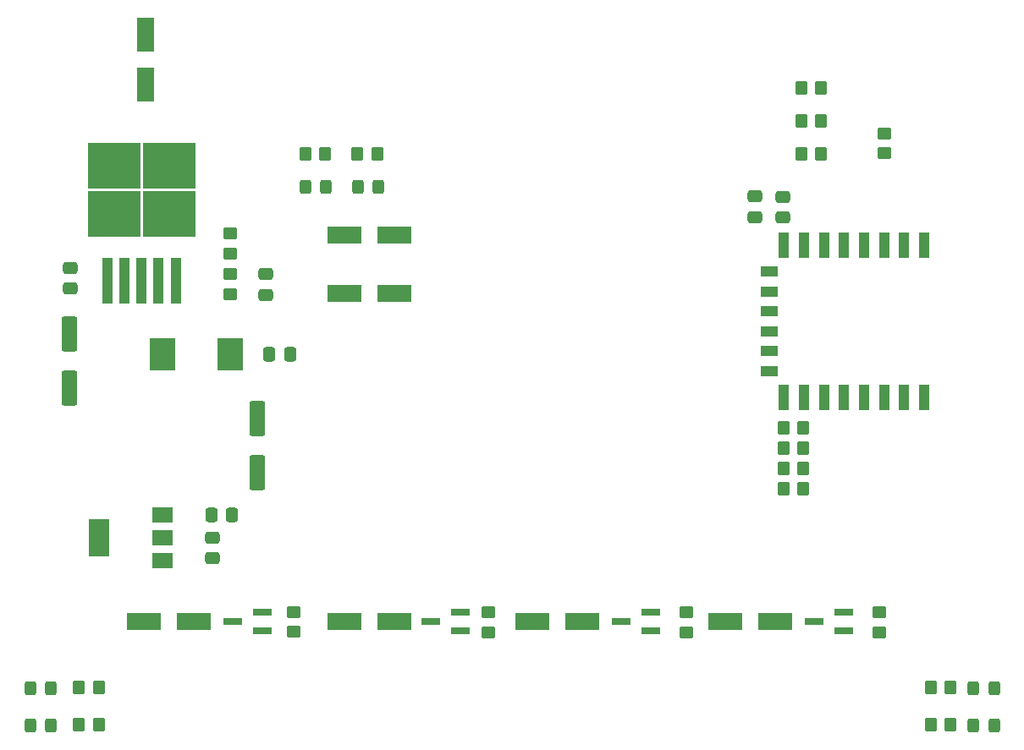
<source format=gbr>
%TF.GenerationSoftware,KiCad,Pcbnew,7.0.10*%
%TF.CreationDate,2025-03-17T10:36:42-03:00*%
%TF.ProjectId,MicroCerveceria,4d696372-6f43-4657-9276-656365726961,rev?*%
%TF.SameCoordinates,Original*%
%TF.FileFunction,Paste,Top*%
%TF.FilePolarity,Positive*%
%FSLAX46Y46*%
G04 Gerber Fmt 4.6, Leading zero omitted, Abs format (unit mm)*
G04 Created by KiCad (PCBNEW 7.0.10) date 2025-03-17 10:36:42*
%MOMM*%
%LPD*%
G01*
G04 APERTURE LIST*
G04 Aperture macros list*
%AMRoundRect*
0 Rectangle with rounded corners*
0 $1 Rounding radius*
0 $2 $3 $4 $5 $6 $7 $8 $9 X,Y pos of 4 corners*
0 Add a 4 corners polygon primitive as box body*
4,1,4,$2,$3,$4,$5,$6,$7,$8,$9,$2,$3,0*
0 Add four circle primitives for the rounded corners*
1,1,$1+$1,$2,$3*
1,1,$1+$1,$4,$5*
1,1,$1+$1,$6,$7*
1,1,$1+$1,$8,$9*
0 Add four rect primitives between the rounded corners*
20,1,$1+$1,$2,$3,$4,$5,0*
20,1,$1+$1,$4,$5,$6,$7,0*
20,1,$1+$1,$6,$7,$8,$9,0*
20,1,$1+$1,$8,$9,$2,$3,0*%
G04 Aperture macros list end*
%ADD10R,3.500000X1.800000*%
%ADD11R,1.900000X0.800000*%
%ADD12RoundRect,0.250000X-0.350000X-0.450000X0.350000X-0.450000X0.350000X0.450000X-0.350000X0.450000X0*%
%ADD13RoundRect,0.250000X-0.475000X0.337500X-0.475000X-0.337500X0.475000X-0.337500X0.475000X0.337500X0*%
%ADD14RoundRect,0.250000X0.350000X0.450000X-0.350000X0.450000X-0.350000X-0.450000X0.350000X-0.450000X0*%
%ADD15RoundRect,0.250000X0.475000X-0.337500X0.475000X0.337500X-0.475000X0.337500X-0.475000X-0.337500X0*%
%ADD16R,2.500000X3.300000*%
%ADD17RoundRect,0.250000X0.450000X-0.350000X0.450000X0.350000X-0.450000X0.350000X-0.450000X-0.350000X0*%
%ADD18RoundRect,0.250000X0.325000X0.450000X-0.325000X0.450000X-0.325000X-0.450000X0.325000X-0.450000X0*%
%ADD19RoundRect,0.250000X0.550000X-1.500000X0.550000X1.500000X-0.550000X1.500000X-0.550000X-1.500000X0*%
%ADD20RoundRect,0.250000X-0.450000X0.350000X-0.450000X-0.350000X0.450000X-0.350000X0.450000X0.350000X0*%
%ADD21R,1.800000X3.500000*%
%ADD22RoundRect,0.250000X-0.550000X1.500000X-0.550000X-1.500000X0.550000X-1.500000X0.550000X1.500000X0*%
%ADD23RoundRect,0.250000X-0.337500X-0.475000X0.337500X-0.475000X0.337500X0.475000X-0.337500X0.475000X0*%
%ADD24R,2.000000X1.500000*%
%ADD25R,2.000000X3.800000*%
%ADD26R,1.000000X2.500000*%
%ADD27R,1.800000X1.000000*%
%ADD28R,5.250000X4.550000*%
%ADD29R,1.100000X4.600000*%
%ADD30RoundRect,0.250000X-0.325000X-0.450000X0.325000X-0.450000X0.325000X0.450000X-0.325000X0.450000X0*%
%ADD31RoundRect,0.250000X0.337500X0.475000X-0.337500X0.475000X-0.337500X-0.475000X0.337500X-0.475000X0*%
G04 APERTURE END LIST*
D10*
%TO.C,D12*%
X71922000Y-83125000D03*
X76922000Y-83125000D03*
%TD*%
D11*
%TO.C,Q4*%
X103124000Y-84075000D03*
X103124000Y-82175000D03*
X100124000Y-83125000D03*
%TD*%
D12*
%TO.C,R8*%
X98822000Y-36322000D03*
X100822000Y-36322000D03*
%TD*%
D13*
%TO.C,C1*%
X45254000Y-48350500D03*
X45254000Y-50425500D03*
%TD*%
D14*
%TO.C,R13*%
X28600000Y-93500000D03*
X26600000Y-93500000D03*
%TD*%
D13*
%TO.C,C7*%
X39954000Y-74750500D03*
X39954000Y-76825500D03*
%TD*%
D14*
%TO.C,R15*%
X99044000Y-63754000D03*
X97044000Y-63754000D03*
%TD*%
%TO.C,R4*%
X99060000Y-69850000D03*
X97060000Y-69850000D03*
%TD*%
D12*
%TO.C,R18*%
X111792000Y-89780000D03*
X113792000Y-89780000D03*
%TD*%
D15*
%TO.C,C2*%
X25754000Y-49825500D03*
X25754000Y-47750500D03*
%TD*%
D16*
%TO.C,D2*%
X34954000Y-56388000D03*
X41754000Y-56388000D03*
%TD*%
D17*
%TO.C,R5*%
X107188000Y-36254500D03*
X107188000Y-34254500D03*
%TD*%
%TO.C,R6*%
X48033000Y-84175000D03*
X48033000Y-82175000D03*
%TD*%
D11*
%TO.C,Q2*%
X64746000Y-84075000D03*
X64746000Y-82175000D03*
X61746000Y-83125000D03*
%TD*%
D15*
%TO.C,C8*%
X94234000Y-42672000D03*
X94234000Y-40597000D03*
%TD*%
D12*
%TO.C,R10*%
X98822000Y-29718000D03*
X100822000Y-29718000D03*
%TD*%
D18*
%TO.C,D9*%
X51308000Y-39624000D03*
X49258000Y-39624000D03*
%TD*%
D19*
%TO.C,C4*%
X44454000Y-68238000D03*
X44454000Y-62838000D03*
%TD*%
D20*
%TO.C,R1*%
X41754000Y-44288000D03*
X41754000Y-46288000D03*
%TD*%
D12*
%TO.C,R14*%
X97044000Y-65786000D03*
X99044000Y-65786000D03*
%TD*%
D10*
%TO.C,D3*%
X33100000Y-83125000D03*
X38100000Y-83125000D03*
%TD*%
D21*
%TO.C,D1*%
X33274000Y-29424000D03*
X33274000Y-24424000D03*
%TD*%
D14*
%TO.C,R12*%
X28600000Y-89780000D03*
X26600000Y-89780000D03*
%TD*%
D11*
%TO.C,Q3*%
X83796000Y-84075000D03*
X83796000Y-82175000D03*
X80796000Y-83125000D03*
%TD*%
D18*
%TO.C,D10*%
X56526000Y-39624000D03*
X54476000Y-39624000D03*
%TD*%
D10*
%TO.C,D4*%
X53126000Y-83125000D03*
X58126000Y-83125000D03*
%TD*%
D20*
%TO.C,R2*%
X41754000Y-48388000D03*
X41754000Y-50388000D03*
%TD*%
D22*
%TO.C,C3*%
X25604000Y-54388000D03*
X25604000Y-59788000D03*
%TD*%
D23*
%TO.C,C6*%
X39816500Y-72488000D03*
X41891500Y-72488000D03*
%TD*%
D17*
%TO.C,R7*%
X67564000Y-84225000D03*
X67564000Y-82225000D03*
%TD*%
D10*
%TO.C,D14*%
X91226000Y-83125000D03*
X96226000Y-83125000D03*
%TD*%
D24*
%TO.C,U2*%
X34904000Y-77088000D03*
X34904000Y-74788000D03*
D25*
X28604000Y-74788000D03*
D24*
X34904000Y-72488000D03*
%TD*%
D26*
%TO.C,U3*%
X111125000Y-45486000D03*
X109125000Y-45486000D03*
X107125000Y-45486000D03*
X105125000Y-45486000D03*
X103125000Y-45486000D03*
X101125000Y-45486000D03*
X99125000Y-45486000D03*
X97125000Y-45486000D03*
D27*
X95625000Y-48086000D03*
X95625000Y-50086000D03*
X95625000Y-52086000D03*
X95625000Y-54086000D03*
X95625000Y-56086000D03*
X95625000Y-58086000D03*
D26*
X97125000Y-60686000D03*
X99125000Y-60686000D03*
X101125000Y-60686000D03*
X103125000Y-60686000D03*
X105125000Y-60686000D03*
X107125000Y-60686000D03*
X109125000Y-60686000D03*
X111125000Y-60686000D03*
%TD*%
D12*
%TO.C,R9*%
X49238000Y-36322000D03*
X51238000Y-36322000D03*
%TD*%
D11*
%TO.C,Q1*%
X41958000Y-83125000D03*
X44958000Y-82175000D03*
X44958000Y-84075000D03*
%TD*%
D12*
%TO.C,R16*%
X111792000Y-93480000D03*
X113792000Y-93480000D03*
%TD*%
D17*
%TO.C,R19*%
X106680000Y-84225000D03*
X106680000Y-82225000D03*
%TD*%
D12*
%TO.C,R11*%
X54456000Y-36322000D03*
X56456000Y-36322000D03*
%TD*%
D18*
%TO.C,D7*%
X23750000Y-89825000D03*
X21700000Y-89825000D03*
%TD*%
%TO.C,D8*%
X23750000Y-93525000D03*
X21700000Y-93525000D03*
%TD*%
D10*
%TO.C,D5*%
X58126000Y-50292000D03*
X53126000Y-50292000D03*
%TD*%
D28*
%TO.C,U1*%
X30079000Y-42338000D03*
X35629000Y-42338000D03*
X30079000Y-37488000D03*
X35629000Y-37488000D03*
D29*
X29454000Y-49063000D03*
X31154000Y-49063000D03*
X32854000Y-49063000D03*
X34554000Y-49063000D03*
X36254000Y-49063000D03*
%TD*%
D17*
%TO.C,R17*%
X87376000Y-84225000D03*
X87376000Y-82225000D03*
%TD*%
D14*
%TO.C,R3*%
X99060000Y-67818000D03*
X97060000Y-67818000D03*
%TD*%
D10*
%TO.C,D6*%
X58126000Y-44450000D03*
X53126000Y-44450000D03*
%TD*%
D15*
%TO.C,C10*%
X97028000Y-42693500D03*
X97028000Y-40618500D03*
%TD*%
D12*
%TO.C,R20*%
X98822000Y-33020000D03*
X100822000Y-33020000D03*
%TD*%
D30*
%TO.C,D11*%
X116078000Y-93525000D03*
X118128000Y-93525000D03*
%TD*%
%TO.C,D13*%
X116078000Y-89825000D03*
X118128000Y-89825000D03*
%TD*%
D31*
%TO.C,C5*%
X47691500Y-56388000D03*
X45616500Y-56388000D03*
%TD*%
M02*

</source>
